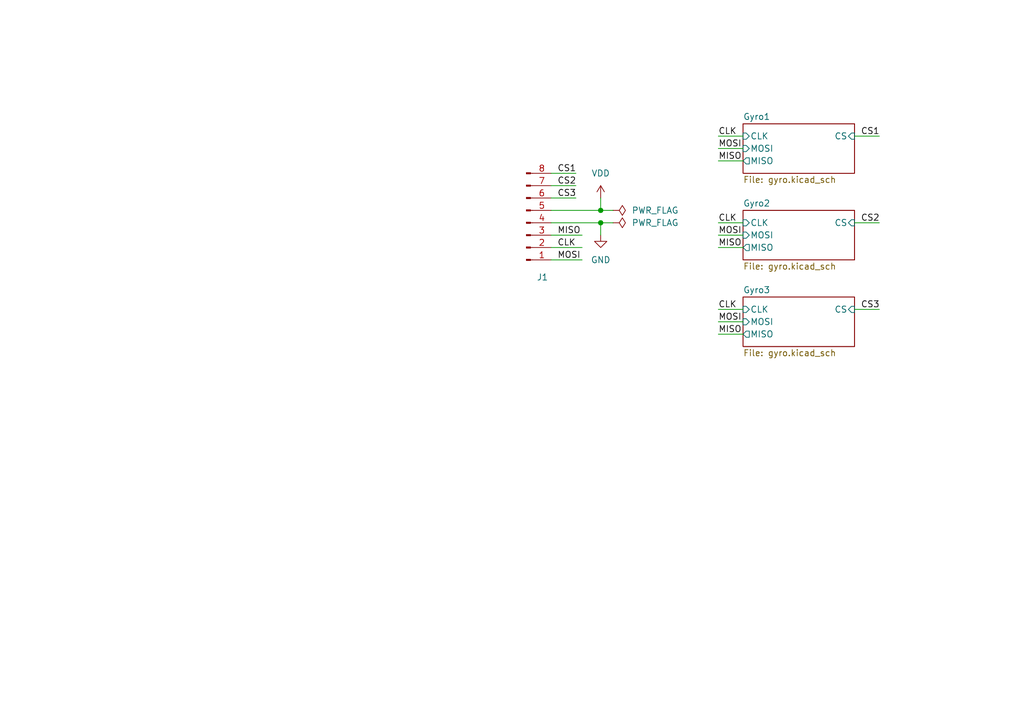
<source format=kicad_sch>
(kicad_sch (version 20231120) (generator "eeschema") (generator_version "8.0")
  (paper "A5")
  (lib_symbols
    (symbol "Connector:Conn_01x08_Pin" (pin_names (offset 1.016) hide)
      (property "Reference" "J" (at 0 10.16 0))
      (property "Value" "Conn_01x08_Pin" (at 0 -12.7 0))
      (symbol "Conn_01x08_Pin_1_1"
        (polyline (pts (xy 1.27 -10.16) (xy 0.8636 -10.16)) (stroke (width 0.1524)))
        (polyline (pts (xy 1.27 -7.62) (xy 0.8636 -7.62)) (stroke (width 0.1524)))
        (polyline (pts (xy 1.27 -5.08) (xy 0.8636 -5.08)) (stroke (width 0.1524)))
        (polyline (pts (xy 1.27 -2.54) (xy 0.8636 -2.54)) (stroke (width 0.1524)))
        (polyline (pts (xy 1.27 0) (xy 0.8636 0)) (stroke (width 0.1524)))
        (polyline (pts (xy 1.27 2.54) (xy 0.8636 2.54)) (stroke (width 0.1524)))
        (polyline (pts (xy 1.27 5.08) (xy 0.8636 5.08)) (stroke (width 0.1524)))
        (polyline (pts (xy 1.27 7.62) (xy 0.8636 7.62)) (stroke (width 0.1524)))
        (rectangle (start 0.8636 -10.033) (end 0 -10.287) (stroke (width 0.1524)) (fill (type outline)))
        (rectangle (start 0.8636 -7.493) (end 0 -7.747) (stroke (width 0.1524)) (fill (type outline)))
        (rectangle (start 0.8636 -4.953) (end 0 -5.207) (stroke (width 0.1524)) (fill (type outline)))
        (rectangle (start 0.8636 -2.413) (end 0 -2.667) (stroke (width 0.1524)) (fill (type outline)))
        (rectangle (start 0.8636 0.127) (end 0 -0.127) (stroke (width 0.1524)) (fill (type outline)))
        (rectangle (start 0.8636 2.667) (end 0 2.413) (stroke (width 0.1524)) (fill (type outline)))
        (rectangle (start 0.8636 5.207) (end 0 4.953) (stroke (width 0.1524)) (fill (type outline)))
        (rectangle (start 0.8636 7.747) (end 0 7.493) (stroke (width 0.1524)) (fill (type outline)))
        (pin passive line (at 5.08 7.62 180) (length 3.81) (name "Pin_1") (number "1"))
        (pin passive line (at 5.08 5.08 180) (length 3.81) (name "Pin_2") (number "2"))
        (pin passive line (at 5.08 2.54 180) (length 3.81) (name "Pin_3") (number "3"))
        (pin passive line (at 5.08 0 180) (length 3.81) (name "Pin_4") (number "4"))
        (pin passive line (at 5.08 -2.54 180) (length 3.81) (name "Pin_5") (number "5"))
        (pin passive line (at 5.08 -5.08 180) (length 3.81) (name "Pin_6") (number "6"))
        (pin passive line (at 5.08 -7.62 180) (length 3.81) (name "Pin_7") (number "7"))
        (pin passive line (at 5.08 -10.16 180) (length 3.81) (name "Pin_8") (number "8"))
      )
    )
    (symbol "power:GND" (power) (pin_numbers hide) (pin_names (offset 0) hide)
      (property "Value" "GND" (at 0 -3.81 0))
      (symbol "GND_0_1"
        (polyline (pts (xy 0 0) (xy 0 -1.27) (xy 1.27 -1.27) (xy 0 -2.54) (xy -1.27 -1.27) (xy 0 -1.27)))
      )
      (symbol "GND_1_1"
        (pin power_in line (at 0 0 270) (length 0) (name "~") (number "1"))
      )
    )
    (symbol "power:PWR_FLAG" (power) (pin_numbers hide) (pin_names (offset 0) hide)
      (property "Value" "PWR_FLAG" (at 0 3.81 0))
      (symbol "PWR_FLAG_0_0"
        (pin power_out line (at 0 0 90) (length 0) (name "~") (number "1"))
      )
      (symbol "PWR_FLAG_0_1"
        (polyline (pts (xy 0 0) (xy 0 1.27) (xy -1.016 1.905) (xy 0 2.54) (xy 1.016 1.905) (xy 0 1.27)))
      )
    )
    (symbol "power:VCC" (power) (pin_numbers hide) (pin_names (offset 0) hide)
      (property "Value" "VCC" (at 0 3.556 0))
      (symbol "VCC_0_1"
        (polyline (pts (xy -0.762 1.27) (xy 0 2.54)))
        (polyline (pts (xy 0 0) (xy 0 2.54)))
        (polyline (pts (xy 0 2.54) (xy 0.762 1.27)))
      )
      (symbol "VCC_1_1"
        (pin power_in line (at 0 0 90) (length 0) (name "~") (number "1"))
      )
    )
  )
  (junction (at 123.19 43.18))
  (junction (at 123.19 45.72))
  (wire (pts (xy 147.32 66.04) (xy 152.4 66.04)))
  (wire (pts (xy 113.03 53.34) (xy 119.38 53.34)))
  (wire (pts (xy 175.26 63.5) (xy 180.34 63.5)))
  (wire (pts (xy 175.26 27.94) (xy 180.34 27.94)))
  (wire (pts (xy 123.19 43.18) (xy 123.19 40.64)))
  (wire (pts (xy 147.32 68.58) (xy 152.4 68.58)))
  (wire (pts (xy 123.19 45.72) (xy 125.73 45.72)))
  (wire (pts (xy 147.32 45.72) (xy 152.4 45.72)))
  (wire (pts (xy 147.32 33.02) (xy 152.4 33.02)))
  (wire (pts (xy 113.03 43.18) (xy 123.19 43.18)))
  (wire (pts (xy 175.26 45.72) (xy 180.34 45.72)))
  (wire (pts (xy 147.32 27.94) (xy 152.4 27.94)))
  (wire (pts (xy 147.32 50.8) (xy 152.4 50.8)))
  (wire (pts (xy 147.32 48.26) (xy 152.4 48.26)))
  (wire (pts (xy 123.19 48.26) (xy 123.19 45.72)))
  (wire (pts (xy 113.03 48.26) (xy 119.38 48.26)))
  (wire (pts (xy 113.03 35.56) (xy 118.11 35.56)))
  (wire (pts (xy 113.03 50.8) (xy 119.38 50.8)))
  (wire (pts (xy 147.32 30.48) (xy 152.4 30.48)))
  (wire (pts (xy 147.32 63.5) (xy 152.4 63.5)))
  (wire (pts (xy 123.19 45.72) (xy 113.03 45.72)))
  (wire (pts (xy 113.03 38.1) (xy 118.11 38.1)))
  (wire (pts (xy 123.19 43.18) (xy 125.73 43.18)))
  (wire (pts (xy 113.03 40.64) (xy 118.11 40.64)))
  (label "CS3" (at 114.3 40.64 0))
  (label "CLK" (at 147.32 45.72 0))
  (label "MISO" (at 147.32 68.58 0))
  (label "MISO" (at 147.32 50.8 0))
  (label "CS2" (at 176.53 45.72 0))
  (label "MOSI" (at 114.3 53.34 0))
  (label "MOSI" (at 147.32 48.26 0))
  (label "CS3" (at 176.53 63.5 0))
  (label "CLK" (at 147.32 27.94 0))
  (label "MOSI" (at 147.32 66.04 0))
  (label "CS2" (at 114.3 38.1 0))
  (label "MISO" (at 114.3 48.26 0))
  (label "CLK" (at 114.3 50.8 0))
  (label "MISO" (at 147.32 33.02 0))
  (label "MOSI" (at 147.32 30.48 0))
  (label "CS1" (at 114.3 35.56 0))
  (label "CS1" (at 176.53 27.94 0))
  (label "CLK" (at 147.32 63.5 0))
  (symbol (lib_id "power:PWR_FLAG") (at 125.73 43.18 270) (unit 1)
    (property "Reference" "#FLG02" (effects (hide yes)))
    (property "Value" "PWR_FLAG" (at 129.54 43.1799 90) (effects (justify left)))
    (property "Description" "Special symbol for telling ERC where power comes from" (effects (hide yes)))
  )
  (symbol (lib_id "power:VCC") (at 123.19 40.64 0) (unit 1)
    (property "Reference" "#PWR014" (effects (hide yes)))
    (property "Value" "VDD" (at 123.19 35.56 0))
    (property "Description" "Power symbol creates a global label with name \"VCC\"" (effects (hide yes)))
  )
  (symbol (lib_id "power:PWR_FLAG") (at 125.73 45.72 270) (unit 1)
    (property "Reference" "#FLG01" (effects (hide yes)))
    (property "Value" "PWR_FLAG" (at 129.54 45.7199 90) (effects (justify left)))
    (property "Description" "Special symbol for telling ERC where power comes from" (effects (hide yes)))
  )
  (symbol (lib_id "power:GND") (at 123.19 48.26 0) (unit 1)
    (property "Reference" "#PWR013" (effects (hide yes)))
    (property "Value" "GND" (at 123.19 53.34 0))
    (property "Description" "Power symbol creates a global label with name \"GND\" , ground" (effects (hide yes)))
  )
  (symbol (lib_id "Connector:Conn_01x08_Pin") (at 107.95 45.72 0) (mirror x) (unit 1)
    (property "Reference" "J1" (at 111.252 56.896 0))
    (property "Value" "Conn_01x08_Pin" (effects (hide yes)))
    (property "Footprint" "User_Footprints:FPC_8P_P0.5mm" (effects (hide yes)))
    (property "Description" "Generic connector, single row, 01x08, script generated" (effects (hide yes)))
  )
  (sheet (at 152.4 43.18) (size 22.86 10.16) (stroke (width 0.1524))
    (property "Sheetname" "Gyro2" (at 152.4 42.4684 0) (effects (justify left bottom)))
    (property "Sheetfile" "gyro.kicad_sch" (at 152.4 53.9246 0) (effects (justify left top)))
    (pin "CS" input (at 175.26 45.72 0))
    (pin "MISO" output (at 152.4 50.8 180))
    (pin "CLK" input (at 152.4 45.72 180))
    (pin "MOSI" input (at 152.4 48.26 180))
  )
  (sheet (at 152.4 60.96) (size 22.86 10.16) (stroke (width 0.1524))
    (property "Sheetname" "Gyro3" (at 152.4 60.2484 0) (effects (justify left bottom)))
    (property "Sheetfile" "gyro.kicad_sch" (at 152.4 71.7046 0) (effects (justify left top)))
    (pin "CS" input (at 175.26 63.5 0))
    (pin "MISO" output (at 152.4 68.58 180))
    (pin "CLK" input (at 152.4 63.5 180))
    (pin "MOSI" input (at 152.4 66.04 180))
  )
  (sheet (at 152.4 25.4) (size 22.86 10.16) (stroke (width 0.1524))
    (property "Sheetname" "Gyro1" (at 152.4 24.6884 0) (effects (justify left bottom)))
    (property "Sheetfile" "gyro.kicad_sch" (at 152.4 36.1446 0) (effects (justify left top)))
    (pin "CS" input (at 175.26 27.94 0))
    (pin "MISO" output (at 152.4 33.02 180))
    (pin "CLK" input (at 152.4 27.94 180))
    (pin "MOSI" input (at 152.4 30.48 180))
  )
)
</source>
